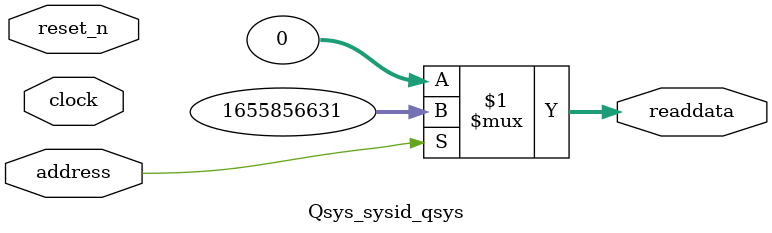
<source format=v>



// synthesis translate_off
`timescale 1ns / 1ps
// synthesis translate_on

// turn off superfluous verilog processor warnings 
// altera message_level Level1 
// altera message_off 10034 10035 10036 10037 10230 10240 10030 

module Qsys_sysid_qsys (
               // inputs:
                address,
                clock,
                reset_n,

               // outputs:
                readdata
             )
;

  output  [ 31: 0] readdata;
  input            address;
  input            clock;
  input            reset_n;

  wire    [ 31: 0] readdata;
  //control_slave, which is an e_avalon_slave
  assign readdata = address ? 1655856631 : 0;

endmodule



</source>
